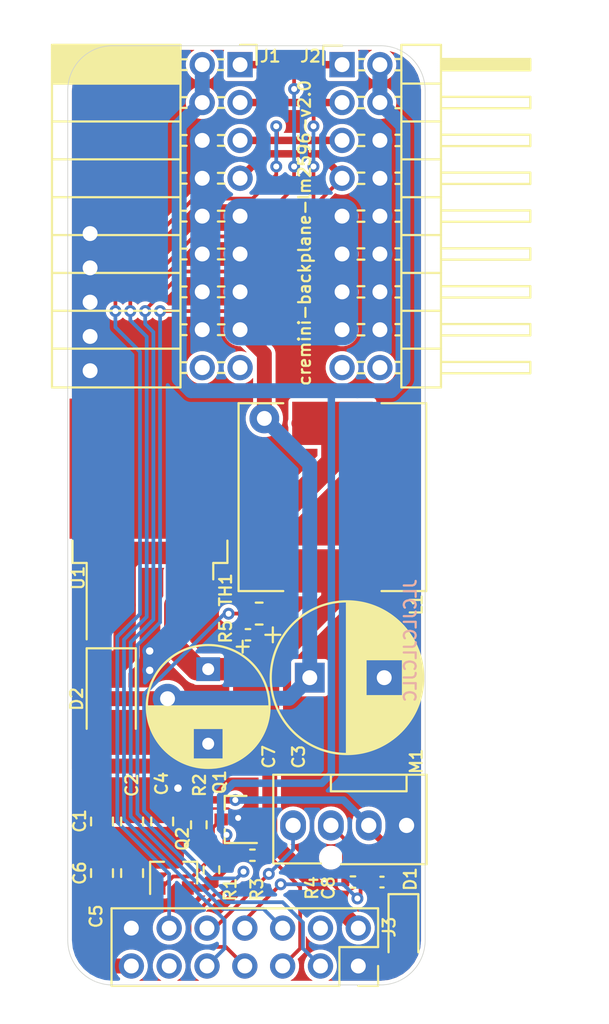
<source format=kicad_pcb>
(kicad_pcb (version 20171130) (host pcbnew "(5.1.10)-1")
  (layers (0 F.Cu signal) (31 B.Cu signal) (34 B.Paste user) (35 F.Paste user) (36 B.SilkS user) (37 F.SilkS user) (38 B.Mask user) (39 F.Mask user) (44 Edge.Cuts user))
  (net 0 "")
  (net 1 VIN)
  (net 2 GND)
  (net 3 +12V)
  (net 4 SDA)
  (net 5 SCL)
  (net 6 "Net-(M1-Pad3)")
  (net 7 "Net-(Q1-Pad3)")
  (net 8 STX)
  (net 9 SRX)
  (net 10 POWTMP)
  (net 11 FANFDB)
  (net 12 FANPWM)
  (net 13 FANDCC)
  (net 14 "Net-(C1-Pad2)")
  (net 15 "Net-(D2-Pad1)")
  (net 16 5VPSU)
  (module Connector_PinSocket_2.54mm:PinSocket_2x07_P2.54mm_Vertical (layer F.Cu) (at 107.51 130.23 270)
    (fp_text reference J3 (at -2.61 -2.07 90) (layer F.SilkS) (effects (font (size 0.8 0.8))))
    (fp_text value BACKPLANE)
    (pad 1 thru_hole rect (at 0 0 270) (size 1.7 1.7) (drill 1) (layers *.Cu *.Mask) (net 2 GND))
    (pad 2 thru_hole oval (at -2.54 0 270) (size 1.7 1.7) (drill 1) (layers *.Cu *.Mask) (net 16 5VPSU))
    (pad 3 thru_hole oval (at 0 2.54 270) (size 1.7 1.7) (drill 1) (layers *.Cu *.Mask) (net 5 SCL))
    (pad 4 thru_hole oval (at -2.54 2.54 270) (size 1.7 1.7) (drill 1) (layers *.Cu *.Mask))
    (pad 5 thru_hole oval (at 0 5.08 270) (size 1.7 1.7) (drill 1) (layers *.Cu *.Mask) (net 13 FANDCC))
    (pad 6 thru_hole oval (at -2.54 5.08 270) (size 1.7 1.7) (drill 1) (layers *.Cu *.Mask) (net 9 SRX))
    (pad 7 thru_hole oval (at 0 7.62 270) (size 1.7 1.7) (drill 1) (layers *.Cu *.Mask) (net 10 POWTMP))
    (pad 8 thru_hole oval (at -2.54 7.62 270) (size 1.7 1.7) (drill 1) (layers *.Cu *.Mask) (net 11 FANFDB))
    (pad 9 thru_hole oval (at 0 10.16 270) (size 1.7 1.7) (drill 1) (layers *.Cu *.Mask) (net 8 STX))
    (pad 10 thru_hole oval (at -2.54 10.16 270) (size 1.7 1.7) (drill 1) (layers *.Cu *.Mask) (net 12 FANPWM))
    (pad 11 thru_hole oval (at 0 12.7 270) (size 1.7 1.7) (drill 1) (layers *.Cu *.Mask))
    (pad 12 thru_hole oval (at -2.54 12.7 270) (size 1.7 1.7) (drill 1) (layers *.Cu *.Mask) (net 4 SDA))
    (pad 13 thru_hole oval (at 0 15.24 270) (size 1.7 1.7) (drill 1) (layers *.Cu *.Mask) (net 16 5VPSU))
    (pad 14 thru_hole oval (at -2.54 15.24 270) (size 1.7 1.7) (drill 1) (layers *.Cu *.Mask) (net 2 GND))
  )
  (module Resistor_SMD:R_0402_1005Metric (layer F.Cu) (at 100.1 108.01)
    (fp_text reference R5 (at -1.5 -0.21 90) (layer F.SilkS) (effects (font (size 0.8 0.8))))
    (fp_text value 10k)
    (pad 2 smd roundrect (at 0.51 0) (size 0.54 0.64) (layers F.Cu F.Paste F.Mask) (net 2 GND))
    (pad 1 smd roundrect (at -0.51 0) (size 0.54 0.64) (layers F.Cu F.Paste F.Mask) (net 10 POWTMP))
  )
  (module Resistor_SMD:R_0805_2012Metric (layer F.Cu) (at 100.8525 106.59 180)
    (fp_text reference TH1 (at 2.2525 1.59 270) (layer F.SilkS) (effects (font (size 0.8 0.8))))
    (fp_text value CMFB103F3950FANT)
    (pad 1 smd roundrect (at -0.9125 0 180) (size 1.025 1.4) (layers F.Cu F.Paste F.Mask) (roundrect_rratio 0.243902) (net 2 GND))
    (pad 2 smd roundrect (at 0.9125 0 180) (size 1.025 1.4) (layers F.Cu F.Paste F.Mask) (roundrect_rratio 0.243902) (net 10 POWTMP))
  )
  (module Resistor_SMD:R_0603_1608Metric (layer F.Cu) (at 96.8 120.76 90)
    (fp_text reference R2 (at 2.66 0.05 90) (layer F.SilkS) (effects (font (size 0.8 0.8))))
    (fp_text value 1.8k)
    (pad 1 smd roundrect (at -0.825 0 90) (size 0.8 0.95) (layers F.Cu F.Paste F.Mask) (net 7 "Net-(Q1-Pad3)"))
    (pad 2 smd roundrect (at 0.825 0 90) (size 0.8 0.95) (layers F.Cu F.Paste F.Mask) (net 2 GND))
  )
  (module Connector:FanPinHeader_1x04_P2.54mm_Vertical (layer F.Cu) (at 110.75 120.8 180)
    (fp_text reference M1 (at -0.65 4.3 90) (layer F.SilkS) (effects (font (size 0.8 0.8))))
    (fp_text value "KK 254")
    (pad 1 thru_hole rect (at 0 0 270) (size 2.03 1.73) (drill 1.02) (layers *.Cu *.Mask) (net 2 GND))
    (pad 2 thru_hole oval (at 2.54 0 270) (size 2.03 1.73) (drill 1.02) (layers *.Cu *.Mask) (net 14 "Net-(C1-Pad2)"))
    (pad 3 thru_hole oval (at 5.08 0 270) (size 2.03 1.73) (drill 1.02) (layers *.Cu *.Mask) (net 6 "Net-(M1-Pad3)"))
    (pad 4 thru_hole oval (at 7.62 0 270) (size 2.03 1.73) (drill 1.02) (layers *.Cu *.Mask) (net 12 FANPWM))
    (pad "" np_thru_hole circle (at 5.08 -2.16 270) (size 1.1 1.1) (drill 1.1) (layers *.Cu *.Mask))
  )
  (module Package_TO_SOT_SMD:SOT-23 (layer F.Cu) (at 99.3 120.4 180)
    (fp_text reference Q1 (at 1.1 2.5 90) (layer F.SilkS) (effects (font (size 0.8 0.8))))
    (fp_text value AO3400A)
    (pad 3 smd rect (at 1 0 180) (size 0.9 0.8) (layers F.Cu F.Paste F.Mask) (net 7 "Net-(Q1-Pad3)"))
    (pad 2 smd rect (at -1 0.95 180) (size 0.9 0.8) (layers F.Cu F.Paste F.Mask) (net 2 GND))
    (pad 1 smd rect (at -1 -0.95 180) (size 0.9 0.8) (layers F.Cu F.Paste F.Mask) (net 13 FANDCC))
  )
  (module Package_TO_SOT_SMD:SOT-23 (layer F.Cu) (at 95.11 124 90)
    (fp_text reference Q2 (at 2.3 0.59 90) (layer F.SilkS) (effects (font (size 0.8 0.8))))
    (fp_text value SI2301CDS-T1-GE3)
    (pad 1 smd rect (at -1 -0.95 90) (size 0.9 0.8) (layers F.Cu F.Paste F.Mask) (net 7 "Net-(Q1-Pad3)"))
    (pad 2 smd rect (at -1 0.95 90) (size 0.9 0.8) (layers F.Cu F.Paste F.Mask) (net 3 +12V))
    (pad 3 smd rect (at 1 0 90) (size 0.9 0.8) (layers F.Cu F.Paste F.Mask) (net 14 "Net-(C1-Pad2)"))
  )
  (module Resistor_SMD:R_0402_1005Metric (layer F.Cu) (at 107.15 124.6)
    (fp_text reference R4 (at -2.75 0.4 90) (layer F.SilkS) (effects (font (size 0.8 0.8))))
    (fp_text value 10k)
    (pad 1 smd roundrect (at -0.51 0) (size 0.54 0.64) (layers F.Cu F.Paste F.Mask) (net 6 "Net-(M1-Pad3)"))
    (pad 2 smd roundrect (at 0.51 0) (size 0.54 0.64) (layers F.Cu F.Paste F.Mask) (net 11 FANFDB))
  )
  (module Capacitor_SMD:C_0805_2012Metric (layer F.Cu) (at 90.3 120.536 270)
    (fp_text reference C1 (at -0.036 1.5 270) (layer F.SilkS) (effects (font (size 0.8 0.8))))
    (fp_text value 22uF)
    (pad 1 smd roundrect (at -0.95 0 270) (size 1 1.45) (layers F.Cu F.Paste F.Mask) (net 2 GND))
    (pad 2 smd roundrect (at 0.95 0 270) (size 1 1.45) (layers F.Cu F.Paste F.Mask) (net 14 "Net-(C1-Pad2)"))
  )
  (module Capacitor_SMD:C_0805_2012Metric (layer F.Cu) (at 92.32 120.536 270)
    (fp_text reference C2 (at -2.436 0.02 270) (layer F.SilkS) (effects (font (size 0.8 0.8))))
    (fp_text value 22uF)
    (pad 1 smd roundrect (at -0.95 0 270) (size 1 1.45) (layers F.Cu F.Paste F.Mask) (net 2 GND))
    (pad 2 smd roundrect (at 0.95 0 270) (size 1 1.45) (layers F.Cu F.Paste F.Mask) (net 14 "Net-(C1-Pad2)"))
  )
  (module Capacitor_SMD:C_0805_2012Metric (layer F.Cu) (at 94.34 120.536 270)
    (fp_text reference C4 (at -2.536 0.04 270) (layer F.SilkS) (effects (font (size 0.8 0.8))))
    (fp_text value 22uF)
    (pad 2 smd roundrect (at 0.95 0 270) (size 1 1.45) (layers F.Cu F.Paste F.Mask) (net 14 "Net-(C1-Pad2)"))
    (pad 1 smd roundrect (at -0.95 0 270) (size 1 1.45) (layers F.Cu F.Paste F.Mask) (net 2 GND))
  )
  (module Capacitor_SMD:C_0805_2012Metric (layer F.Cu) (at 92.32 124 90)
    (fp_text reference C5 (at -2.9 -2.42 90) (layer F.SilkS) (effects (font (size 0.8 0.8))))
    (fp_text value 22uF)
    (pad 1 smd roundrect (at -0.95 0 90) (size 1 1.45) (layers F.Cu F.Paste F.Mask) (net 2 GND))
    (pad 2 smd roundrect (at 0.95 0 90) (size 1 1.45) (layers F.Cu F.Paste F.Mask) (net 14 "Net-(C1-Pad2)"))
  )
  (module Capacitor_SMD:C_0402_1005Metric (layer F.Cu) (at 109.1 124.6)
    (fp_text reference C8 (at -3.6 0.4 90) (layer F.SilkS) (effects (font (size 0.8 0.8))))
    (fp_text value 6.8nF)
    (pad 1 smd roundrect (at -0.48 0) (size 0.56 0.62) (layers F.Cu F.Paste F.Mask) (net 11 FANFDB))
    (pad 2 smd roundrect (at 0.48 0) (size 0.56 0.62) (layers F.Cu F.Paste F.Mask) (net 2 GND))
  )
  (module Resistor_SMD:R_0402_1005Metric (layer F.Cu) (at 100.4 122.8 180)
    (fp_text reference R3 (at -0.3 -2.3 90) (layer F.SilkS) (effects (font (size 0.8 0.8))))
    (fp_text value 10k)
    (pad 1 smd roundrect (at -0.51 0 180) (size 0.54 0.64) (layers F.Cu F.Paste F.Mask) (net 13 FANDCC))
    (pad 2 smd roundrect (at 0.51 0 180) (size 0.54 0.64) (layers F.Cu F.Paste F.Mask) (net 2 GND))
  )
  (module Diode_SMD:D_SOD-123 (layer F.Cu) (at 110.54 127.66 270)
    (fp_text reference D1 (at -3.26 -0.46 90) (layer F.SilkS) (effects (font (size 0.8 0.8))))
    (fp_text value B5819W)
    (pad 1 smd rect (at -1.65 0 270) (size 0.9 1.2) (layers F.Cu F.Paste F.Mask) (net 14 "Net-(C1-Pad2)"))
    (pad 2 smd rect (at 1.65 0 270) (size 0.9 1.2) (layers F.Cu F.Paste F.Mask) (net 2 GND))
  )
  (module Resistor_SMD:R_0603_1608Metric (layer F.Cu) (at 97.65 123.78 90)
    (fp_text reference R1 (at -1.32 1.25 90) (layer F.SilkS) (effects (font (size 0.8 0.8))))
    (fp_text value 1k)
    (pad 2 smd roundrect (at 0.825 0 90) (size 0.8 0.95) (layers F.Cu F.Paste F.Mask) (net 7 "Net-(Q1-Pad3)"))
    (pad 1 smd roundrect (at -0.825 0 90) (size 0.8 0.95) (layers F.Cu F.Paste F.Mask) (net 3 +12V))
  )
  (module Connector_PinSocket_2.54mm:PinSocket_2x09_P2.54mm_Horizontal (layer F.Cu) (at 99.57 69.77)
    (fp_text reference J1 (at 2.03 -0.57) (layer F.SilkS) (effects (font (size 0.8 0.8))))
    (fp_text value BUSOUT)
    (pad 1 thru_hole rect (at 0 0) (size 1.7 1.7) (drill 1) (layers *.Cu *.Mask) (net 8 STX))
    (pad 2 thru_hole oval (at -2.54 0) (size 1.7 1.7) (drill 1) (layers *.Cu *.Mask) (net 3 +12V))
    (pad 3 thru_hole oval (at 0 2.54) (size 1.7 1.7) (drill 1) (layers *.Cu *.Mask) (net 9 SRX))
    (pad 4 thru_hole oval (at -2.54 2.54) (size 1.7 1.7) (drill 1) (layers *.Cu *.Mask) (net 3 +12V))
    (pad 5 thru_hole oval (at 0 5.08) (size 1.7 1.7) (drill 1) (layers *.Cu *.Mask) (net 4 SDA))
    (pad 6 thru_hole oval (at -2.54 5.08) (size 1.7 1.7) (drill 1) (layers *.Cu *.Mask) (net 2 GND))
    (pad 7 thru_hole oval (at 0 7.62) (size 1.7 1.7) (drill 1) (layers *.Cu *.Mask) (net 5 SCL))
    (pad 8 thru_hole oval (at -2.54 7.62) (size 1.7 1.7) (drill 1) (layers *.Cu *.Mask) (net 2 GND))
    (pad 9 thru_hole oval (at 0 10.16) (size 1.7 1.7) (drill 1) (layers *.Cu *.Mask) (net 1 VIN))
    (pad 10 thru_hole oval (at -2.54 10.16) (size 1.7 1.7) (drill 1) (layers *.Cu *.Mask) (net 2 GND))
    (pad 11 thru_hole oval (at 0 12.7) (size 1.7 1.7) (drill 1) (layers *.Cu *.Mask) (net 1 VIN))
    (pad 12 thru_hole oval (at -2.54 12.7) (size 1.7 1.7) (drill 1) (layers *.Cu *.Mask) (net 2 GND))
    (pad 13 thru_hole oval (at 0 15.24) (size 1.7 1.7) (drill 1) (layers *.Cu *.Mask) (net 1 VIN))
    (pad 14 thru_hole oval (at -2.54 15.24) (size 1.7 1.7) (drill 1) (layers *.Cu *.Mask) (net 2 GND))
    (pad 15 thru_hole oval (at 0 17.78) (size 1.7 1.7) (drill 1) (layers *.Cu *.Mask) (net 1 VIN))
    (pad 16 thru_hole oval (at -2.54 17.78) (size 1.7 1.7) (drill 1) (layers *.Cu *.Mask) (net 2 GND))
    (pad 17 thru_hole oval (at 0 20.32) (size 1.7 1.7) (drill 1) (layers *.Cu *.Mask))
    (pad 18 thru_hole oval (at -2.54 20.32) (size 1.7 1.7) (drill 1) (layers *.Cu *.Mask))
  )
  (module Connector_PinHeader_2.54mm:PinHeader_2x09_P2.54mm_Horizontal (layer F.Cu) (at 106.42 69.77)
    (fp_text reference J2 (at -2.12 -0.57) (layer F.SilkS) (effects (font (size 0.8 0.8))))
    (fp_text value BUSIN)
    (pad 1 thru_hole rect (at 0 0) (size 1.7 1.7) (drill 1) (layers *.Cu *.Mask) (net 8 STX))
    (pad 2 thru_hole oval (at 2.54 0) (size 1.7 1.7) (drill 1) (layers *.Cu *.Mask) (net 3 +12V))
    (pad 3 thru_hole oval (at 0 2.54) (size 1.7 1.7) (drill 1) (layers *.Cu *.Mask) (net 9 SRX))
    (pad 4 thru_hole oval (at 2.54 2.54) (size 1.7 1.7) (drill 1) (layers *.Cu *.Mask) (net 3 +12V))
    (pad 5 thru_hole oval (at 0 5.08) (size 1.7 1.7) (drill 1) (layers *.Cu *.Mask) (net 4 SDA))
    (pad 6 thru_hole oval (at 2.54 5.08) (size 1.7 1.7) (drill 1) (layers *.Cu *.Mask) (net 2 GND))
    (pad 7 thru_hole oval (at 0 7.62) (size 1.7 1.7) (drill 1) (layers *.Cu *.Mask) (net 5 SCL))
    (pad 8 thru_hole oval (at 2.54 7.62) (size 1.7 1.7) (drill 1) (layers *.Cu *.Mask) (net 2 GND))
    (pad 9 thru_hole oval (at 0 10.16) (size 1.7 1.7) (drill 1) (layers *.Cu *.Mask) (net 1 VIN))
    (pad 10 thru_hole oval (at 2.54 10.16) (size 1.7 1.7) (drill 1) (layers *.Cu *.Mask) (net 2 GND))
    (pad 11 thru_hole oval (at 0 12.7) (size 1.7 1.7) (drill 1) (layers *.Cu *.Mask) (net 1 VIN))
    (pad 12 thru_hole oval (at 2.54 12.7) (size 1.7 1.7) (drill 1) (layers *.Cu *.Mask) (net 2 GND))
    (pad 13 thru_hole oval (at 0 15.24) (size 1.7 1.7) (drill 1) (layers *.Cu *.Mask) (net 1 VIN))
    (pad 14 thru_hole oval (at 2.54 15.24) (size 1.7 1.7) (drill 1) (layers *.Cu *.Mask) (net 2 GND))
    (pad 15 thru_hole oval (at 0 17.78) (size 1.7 1.7) (drill 1) (layers *.Cu *.Mask) (net 1 VIN))
    (pad 16 thru_hole oval (at 2.54 17.78) (size 1.7 1.7) (drill 1) (layers *.Cu *.Mask) (net 2 GND))
    (pad 17 thru_hole oval (at 0 20.32) (size 1.7 1.7) (drill 1) (layers *.Cu *.Mask))
    (pad 18 thru_hole oval (at 2.54 20.32) (size 1.7 1.7) (drill 1) (layers *.Cu *.Mask))
  )
  (module Capacitor_THT:CP_Radial_D10.0mm_P5.00mm (layer F.Cu) (at 104.25 110.89)
    (fp_text reference C3 (at -0.75 5.31 90) (layer F.SilkS) (effects (font (size 0.8 0.8))))
    (fp_text value 680uF)
    (pad 1 thru_hole rect (at 0 0) (size 2 2) (drill 1) (layers *.Cu *.Mask) (net 1 VIN))
    (pad 2 thru_hole circle (at 5 0) (size 2 2) (drill 1) (layers *.Cu *.Mask) (net 2 GND))
  )
  (module Diode_SMD:D_SMA (layer F.Cu) (at 90.92 112.32 270)
    (fp_text reference D2 (at 0 2.32 90) (layer F.SilkS) (effects (font (size 0.8 0.8))))
    (fp_text value SS54)
    (pad 1 smd rect (at -2 0 270) (size 2.5 1.8) (layers F.Cu F.Paste F.Mask) (net 15 "Net-(D2-Pad1)"))
    (pad 2 smd rect (at 2 0 270) (size 2.5 1.8) (layers F.Cu F.Paste F.Mask) (net 2 GND))
  )
  (module Inductor_SMD:L_12x12mm_H8mm (layer F.Cu) (at 105.77 98.78 270)
    (fp_text reference L1 (at 7.22 -5.63 90) (layer F.SilkS) (effects (font (size 0.8 0.8))))
    (fp_text value 47uH)
    (pad 1 smd rect (at -4.95 0 270) (size 2.9 5.4) (layers F.Cu F.Paste F.Mask) (net 15 "Net-(D2-Pad1)"))
    (pad 2 smd rect (at 4.95 0 270) (size 2.9 5.4) (layers F.Cu F.Paste F.Mask) (net 16 5VPSU))
  )
  (module Package_TO_SOT_SMD:TO-263-5_TabPin3 (layer F.Cu) (at 93.52 100.245 90)
    (fp_text reference U1 (at -3.955 -4.82 90) (layer F.SilkS) (effects (font (size 0.8 0.8))))
    (fp_text value LM2596S-5)
    (pad 1 smd rect (at -5.775 -3.4 90) (size 4.6 1.1) (layers F.Cu F.Paste F.Mask) (net 1 VIN))
    (pad 2 smd rect (at -5.775 -1.7 90) (size 4.6 1.1) (layers F.Cu F.Paste F.Mask) (net 15 "Net-(D2-Pad1)"))
    (pad 3 smd rect (at -5.775 0 90) (size 4.6 1.1) (layers F.Cu F.Paste F.Mask) (net 2 GND))
    (pad 4 smd rect (at -5.775 1.7 90) (size 4.6 1.1) (layers F.Cu F.Paste F.Mask) (net 16 5VPSU))
    (pad 5 smd rect (at -5.775 3.4 90) (size 4.6 1.1) (layers F.Cu F.Paste F.Mask) (net 2 GND))
    (pad 3 smd rect (at 3.375 0 90) (size 9.4 10.8) (layers F.Cu F.Mask) (net 2 GND))
  )
  (module Capacitor_THT:CP_Radial_D8.0mm_P5.00mm (layer F.Cu) (at 97.43 110.32 270)
    (fp_text reference C7 (at 5.88 -4.07 90) (layer F.SilkS) (effects (font (size 0.8 0.8))))
    (fp_text value 330uF)
    (pad 2 thru_hole circle (at 5 0 270) (size 1.6 1.6) (drill 0.8) (layers *.Cu *.Mask) (net 2 GND))
    (pad 1 thru_hole rect (at 0 0 270) (size 1.6 1.6) (drill 0.8) (layers *.Cu *.Mask) (net 16 5VPSU))
  )
  (module Capacitor_SMD:C_0805_2012Metric (layer F.Cu) (at 90.3 124 90)
    (fp_text reference C6 (at 0 -1.5 90) (layer F.SilkS) (effects (font (size 0.8 0.8))))
    (fp_text value 22uF)
    (pad 1 smd roundrect (at -0.95 0 90) (size 1 1.45) (layers F.Cu F.Paste F.Mask) (net 2 GND))
    (pad 2 smd roundrect (at 0.95 0 90) (size 1 1.45) (layers F.Cu F.Paste F.Mask) (net 14 "Net-(C1-Pad2)"))
  )
  (gr_text cremini-backplane-lm2596-v2.0 (at 103.9 91.4 90) (layer F.SilkS) (effects (font (size 0.8 0.8)) (justify left)))
  (gr_text JLCJLCJLCJLC (at 111 108.4 90) (layer B.SilkS) (effects (font (size 0.8 0.8)) (justify mirror)))
  (gr_arc (start 91 128.5) (end 88 128.5) (angle -90) (layer Edge.Cuts) (width 0.05))
  (gr_arc (start 109 128.5) (end 109 131.5) (angle -90) (layer Edge.Cuts) (width 0.05))
  (gr_arc (start 91 71.5) (end 91 68.5) (angle -90) (layer Edge.Cuts) (width 0.05))
  (gr_arc (start 109 71.5) (end 112 71.5) (angle -90) (layer Edge.Cuts) (width 0.05))
  (gr_line (start 88 128.5) (end 88 71.5) (layer Edge.Cuts) (width 0.05))
  (gr_line (start 109 131.5) (end 91 131.5) (layer Edge.Cuts) (width 0.05))
  (gr_line (start 112 71.5) (end 112 128.5) (layer Edge.Cuts) (width 0.05))
  (gr_line (start 91 68.5) (end 109 68.5) (layer Edge.Cuts) (width 0.05))
  (via (at 89.5 90.3) (size 2) (drill 1) (layers F.Cu B.Cu) (net 2))
  (via (at 89.5 88) (size 2) (drill 1) (layers F.Cu B.Cu) (net 2))
  (via (at 89.5 85.7) (size 2) (drill 1) (layers F.Cu B.Cu) (net 2))
  (via (at 89.5 83.4) (size 2) (drill 1) (layers F.Cu B.Cu) (net 2))
  (via (at 89.5 81.1) (size 2) (drill 1) (layers F.Cu B.Cu) (net 2))
  (segment (start 89.319999 106.820001) (end 89.319999 112.019999) (width 1) (layer F.Cu) (net 1))
  (segment (start 90.12 106.02) (end 89.319999 106.820001) (width 1) (layer F.Cu) (net 1))
  (segment (start 109.084002 72.31) (end 108.96 72.31) (width 1.5) (layer B.Cu) (net 3))
  (segment (start 96.905998 72.31) (end 97.03 72.31) (width 1.5) (layer B.Cu) (net 3))
  (segment (start 97.03 69.77) (end 97.03 72.31) (width 1) (layer B.Cu) (net 3))
  (segment (start 108.96 69.77) (end 108.96 72.31) (width 1) (layer B.Cu) (net 3))
  (segment (start 97.675 124.605) (end 98.65 123.63) (width 0.5) (layer F.Cu) (net 3))
  (segment (start 97.65 124.605) (end 97.675 124.605) (width 0.5) (layer F.Cu) (net 3))
  (segment (start 97.255 125) (end 97.65 124.605) (width 0.5) (layer F.Cu) (net 3))
  (segment (start 96.06 125) (end 97.255 125) (width 0.5) (layer F.Cu) (net 3))
  (segment (start 109.704001 91.640001) (end 110.510001 90.834001) (width 1) (layer B.Cu) (net 3))
  (segment (start 110.510001 90.834001) (end 110.510001 73.860001) (width 1) (layer B.Cu) (net 3))
  (segment (start 95.479999 90.834001) (end 96.285999 91.640001) (width 1) (layer B.Cu) (net 3))
  (segment (start 95.479999 73.860001) (end 95.479999 90.834001) (width 1) (layer B.Cu) (net 3))
  (segment (start 110.510001 73.860001) (end 108.96 72.31) (width 1) (layer B.Cu) (net 3))
  (segment (start 97.03 72.31) (end 95.479999 73.860001) (width 1) (layer B.Cu) (net 3))
  (segment (start 107.450001 91.649999) (end 107.459999 91.640001) (width 0.5) (layer B.Cu) (net 3))
  (segment (start 107.459999 91.640001) (end 109.704001 91.640001) (width 1) (layer B.Cu) (net 3))
  (segment (start 107.450001 91.649999) (end 107.440003 91.640001) (width 0.5) (layer B.Cu) (net 3))
  (via (at 102 73.9) (size 0.8) (drill 0.4) (layers F.Cu B.Cu) (net 4))
  (segment (start 102.05 73.95) (end 102 73.9) (width 0.25) (layer F.Cu) (net 4))
  (segment (start 102.05 74.85) (end 102.05 73.95) (width 0.25) (layer F.Cu) (net 4))
  (segment (start 99.57 74.85) (end 102.05 74.85) (width 0.5) (layer F.Cu) (net 4))
  (segment (start 102.05 74.85) (end 106.42 74.85) (width 0.5) (layer F.Cu) (net 4))
  (via (at 102 76.6) (size 0.8) (drill 0.4) (layers F.Cu B.Cu) (net 4))
  (segment (start 102 73.9) (end 102 76.6) (width 0.25) (layer B.Cu) (net 4))
  (segment (start 106.42 76.774002) (end 106.42 77.39) (width 0.5) (layer F.Cu) (net 5))
  (segment (start 99.57 77.39) (end 99.57 76.774002) (width 0.5) (layer F.Cu) (net 5))
  (segment (start 106.42 77.261998) (end 106.42 77.39) (width 0.5) (layer F.Cu) (net 5))
  (segment (start 104.908001 75.749999) (end 106.42 77.261998) (width 0.5) (layer F.Cu) (net 5))
  (segment (start 101.210001 75.749999) (end 104.908001 75.749999) (width 0.5) (layer F.Cu) (net 5))
  (segment (start 99.57 77.39) (end 101.210001 75.749999) (width 0.5) (layer F.Cu) (net 5))
  (segment (start 106.545001 124.505001) (end 106.64 124.6) (width 0.25) (layer F.Cu) (net 6))
  (segment (start 106.545001 121.675001) (end 106.545001 124.505001) (width 0.25) (layer F.Cu) (net 6))
  (segment (start 105.67 120.8) (end 106.545001 121.675001) (width 0.25) (layer F.Cu) (net 6))
  (segment (start 97.75 120.95) (end 98.3 120.4) (width 0.25) (layer F.Cu) (net 7))
  (segment (start 97.725 121.625) (end 97.75 121.65) (width 0.25) (layer F.Cu) (net 7))
  (segment (start 96.8 121.625) (end 97.725 121.625) (width 0.25) (layer F.Cu) (net 7))
  (segment (start 97.75 121.65) (end 97.75 120.95) (width 0.25) (layer F.Cu) (net 7))
  (segment (start 97.75 123.025) (end 97.75 121.65) (width 0.25) (layer F.Cu) (net 7))
  (segment (start 96.380001 124.224999) (end 97.65 122.955) (width 0.25) (layer F.Cu) (net 7))
  (segment (start 95.075001 124.224999) (end 96.380001 124.224999) (width 0.25) (layer F.Cu) (net 7))
  (segment (start 94.25 125.05) (end 95.075001 124.224999) (width 0.25) (layer F.Cu) (net 7))
  (segment (start 103.57 69.77) (end 106.42 69.77) (width 0.5) (layer F.Cu) (net 8))
  (via (at 103.2 76.6) (size 0.8) (drill 0.4) (layers F.Cu B.Cu) (net 8))
  (segment (start 103.2 69.9) (end 103.07 69.77) (width 0.25) (layer F.Cu) (net 8))
  (segment (start 103.07 69.77) (end 103.57 69.77) (width 0.5) (layer F.Cu) (net 8))
  (segment (start 99.57 69.77) (end 103.07 69.77) (width 0.5) (layer F.Cu) (net 8))
  (segment (start 103.2 76.6) (end 103.2 71.4) (width 0.25) (layer B.Cu) (net 8))
  (segment (start 103.2 76.6) (end 103.17502 76.62498) (width 0.25) (layer F.Cu) (net 8))
  (segment (start 104.51 72.31) (end 104.51 73.69) (width 0.25) (layer F.Cu) (net 9))
  (segment (start 99.57 72.31) (end 104.51 72.31) (width 0.5) (layer F.Cu) (net 9))
  (segment (start 104.51 73.69) (end 104.5 73.7) (width 0.25) (layer F.Cu) (net 9))
  (segment (start 104.51 72.31) (end 106.42 72.31) (width 0.5) (layer F.Cu) (net 9))
  (segment (start 107.66 124.6) (end 108.62 124.6) (width 0.25) (layer F.Cu) (net 11))
  (via (at 107.45 125.7) (size 0.8) (drill 0.4) (layers F.Cu B.Cu) (net 11))
  (segment (start 107.66 125.49) (end 107.45 125.7) (width 0.25) (layer F.Cu) (net 11))
  (segment (start 107.66 124.6) (end 107.66 125.49) (width 0.25) (layer F.Cu) (net 11))
  (via (at 102.3 124.75) (size 0.8) (drill 0.4) (layers F.Cu B.Cu) (net 11))
  (segment (start 106.5 124.75) (end 102.3 124.75) (width 0.25) (layer B.Cu) (net 11))
  (segment (start 107.45 125.7) (end 106.5 124.75) (width 0.25) (layer B.Cu) (net 11))
  (segment (start 99.89 127.16) (end 99.89 127.69) (width 0.25) (layer F.Cu) (net 11))
  (segment (start 102.3 124.75) (end 99.89 127.16) (width 0.25) (layer F.Cu) (net 11))
  (via (at 101.5 124.05) (size 0.8) (drill 0.4) (layers F.Cu B.Cu) (net 12))
  (segment (start 103.13 122.42) (end 101.5 124.05) (width 0.25) (layer B.Cu) (net 12))
  (segment (start 103.13 120.8) (end 103.13 122.42) (width 0.25) (layer B.Cu) (net 12))
  (segment (start 97.86 127.69) (end 97.35 127.69) (width 0.25) (layer F.Cu) (net 12))
  (segment (start 101.5 124.05) (end 97.86 127.69) (width 0.25) (layer F.Cu) (net 12))
  (segment (start 100.3 121.35) (end 100.3 121.64674) (width 0.25) (layer F.Cu) (net 13))
  (segment (start 100.3 122.19) (end 100.91 122.8) (width 0.25) (layer F.Cu) (net 13))
  (segment (start 100.3 121.35) (end 100.3 122.19) (width 0.25) (layer F.Cu) (net 13))
  (segment (start 103.605001 129.054999) (end 102.43 130.23) (width 0.25) (layer F.Cu) (net 13))
  (segment (start 103.605001 124.951741) (end 103.605001 129.054999) (width 0.25) (layer F.Cu) (net 13))
  (segment (start 101.45326 122.8) (end 103.605001 124.951741) (width 0.25) (layer F.Cu) (net 13))
  (segment (start 100.91 122.8) (end 101.45326 122.8) (width 0.25) (layer F.Cu) (net 13))
  (segment (start 96.659998 110.32) (end 97.43 110.32) (width 1.5) (layer F.Cu) (net 16))
  (segment (start 95.22 108.880002) (end 96.659998 110.32) (width 1.5) (layer F.Cu) (net 16))
  (segment (start 95.22 106.02) (end 95.22 108.880002) (width 1.5) (layer F.Cu) (net 16))
  (segment (start 105.77 105.659998) (end 105.77 103.73) (width 1.5) (layer F.Cu) (net 16))
  (segment (start 95.599951 120.276049) (end 94.39 121.486) (width 0.5) (layer F.Cu) (net 14))
  (segment (start 108.21 120.950002) (end 108.21 120.8) (width 0.5) (layer F.Cu) (net 14))
  (segment (start 110.54 123.280002) (end 108.21 120.950002) (width 0.5) (layer F.Cu) (net 14))
  (segment (start 110.54 126.01) (end 110.54 123.280002) (width 0.5) (layer F.Cu) (net 14))
  (segment (start 105.77 93.83) (end 103.52 93.83) (width 1) (layer F.Cu) (net 15))
  (segment (start 105.77 96.430002) (end 105.77 93.83) (width 1.5) (layer F.Cu) (net 15))
  (segment (start 99.680001 102.520001) (end 105.77 96.430002) (width 1.5) (layer F.Cu) (net 15))
  (segment (start 92.459997 102.520001) (end 99.680001 102.520001) (width 1.5) (layer F.Cu) (net 15))
  (segment (start 91.82 103.159998) (end 92.459997 102.520001) (width 1.5) (layer F.Cu) (net 15))
  (segment (start 91.82 106.02) (end 91.82 103.159998) (width 1.5) (layer F.Cu) (net 15))
  (segment (start 91.82 109.42) (end 91.82 106.02) (width 1.5) (layer F.Cu) (net 15))
  (segment (start 90.92 110.32) (end 91.82 109.42) (width 1.5) (layer F.Cu) (net 15))
  (via (at 99.44 120.3) (size 0.8) (drill 0.4) (layers F.Cu B.Cu) (net 2))
  (via (at 101.2 93.5) (size 2) (drill 1) (layers F.Cu B.Cu) (net 1))
  (segment (start 101.2 89.18) (end 101.2 93.5) (width 1) (layer F.Cu) (net 1))
  (segment (start 99.57 87.55) (end 101.2 89.18) (width 1) (layer F.Cu) (net 1))
  (segment (start 104.25 96.55) (end 104.25 110.89) (width 1) (layer B.Cu) (net 1))
  (segment (start 101.2 93.5) (end 104.25 96.55) (width 1) (layer B.Cu) (net 1))
  (segment (start 104.25 110.89) (end 102.869999 112.270001) (width 1) (layer B.Cu) (net 1))
  (segment (start 94.729999 112.270001) (end 94.7 112.3) (width 1) (layer B.Cu) (net 1))
  (via (at 94.7 112.3) (size 2) (drill 1) (layers F.Cu B.Cu) (net 1))
  (segment (start 102.869999 112.270001) (end 94.729999 112.270001) (width 1) (layer B.Cu) (net 1))
  (segment (start 89.6 112.3) (end 89.319999 112.019999) (width 1) (layer F.Cu) (net 1))
  (segment (start 94.7 112.3) (end 89.6 112.3) (width 1) (layer F.Cu) (net 1))
  (via (at 93.5 109.1) (size 1) (drill 0.5) (layers F.Cu B.Cu) (net 2))
  (via (at 93.5 110.4) (size 1) (drill 0.5) (layers F.Cu B.Cu) (net 2))
  (segment (start 101.765 106.855) (end 100.61 108.01) (width 0.25) (layer F.Cu) (net 2))
  (segment (start 101.765 106.59) (end 101.765 106.855) (width 0.25) (layer F.Cu) (net 2))
  (via (at 95.4 118.3) (size 1) (drill 0.5) (layers F.Cu B.Cu) (net 2))
  (segment (start 105.740001 91.640001) (end 107.440003 91.640001) (width 1) (layer B.Cu) (net 3))
  (segment (start 96.285999 91.640001) (end 105.740001 91.640001) (width 1) (layer B.Cu) (net 3))
  (via (at 98.66 121.43) (size 0.8) (drill 0.4) (layers F.Cu B.Cu) (net 3))
  (segment (start 98.65 121.44) (end 98.66 121.43) (width 0.5) (layer F.Cu) (net 3))
  (segment (start 98.65 123.63) (end 98.65 121.44) (width 0.5) (layer F.Cu) (net 3))
  (segment (start 105.700001 91.680001) (end 105.740001 91.640001) (width 0.5) (layer B.Cu) (net 3))
  (segment (start 105.700001 117.329999) (end 105.700001 91.680001) (width 0.5) (layer B.Cu) (net 3))
  (segment (start 105.06 117.97) (end 105.700001 117.329999) (width 0.5) (layer B.Cu) (net 3))
  (segment (start 99.121996 117.97) (end 105.06 117.97) (width 0.5) (layer B.Cu) (net 3))
  (segment (start 98.260001 118.831995) (end 99.121996 117.97) (width 0.5) (layer B.Cu) (net 3))
  (segment (start 98.260001 121.030001) (end 98.260001 118.831995) (width 0.5) (layer B.Cu) (net 3))
  (segment (start 98.66 121.43) (end 98.260001 121.030001) (width 0.5) (layer B.Cu) (net 3))
  (segment (start 100.410686 78.754999) (end 96.445001 78.754999) (width 0.25) (layer F.Cu) (net 4))
  (segment (start 102 77.165685) (end 100.410686 78.754999) (width 0.25) (layer F.Cu) (net 4))
  (segment (start 102 76.6) (end 102 77.165685) (width 0.25) (layer F.Cu) (net 4))
  (via (at 91.199991 86.3) (size 0.8) (drill 0.4) (layers F.Cu B.Cu) (net 4))
  (segment (start 91.199991 84.000009) (end 91.199991 86.3) (width 0.25) (layer F.Cu) (net 4))
  (segment (start 96.445001 78.754999) (end 91.199991 84.000009) (width 0.25) (layer F.Cu) (net 4))
  (segment (start 94.81 127.69) (end 94.81 124.05564) (width 0.25) (layer B.Cu) (net 4))
  (segment (start 94.81 124.05564) (end 92.67718 121.92282) (width 0.25) (layer B.Cu) (net 4))
  (segment (start 91.324971 120.570608) (end 91.324972 108.144796) (width 0.25) (layer B.Cu) (net 4))
  (segment (start 92.67718 121.92282) (end 91.324971 120.570608) (width 0.25) (layer B.Cu) (net 4))
  (segment (start 91.324972 108.144796) (end 92.84997 106.619798) (width 0.25) (layer B.Cu) (net 4))
  (segment (start 92.84997 106.619798) (end 92.84997 89.02997) (width 0.25) (layer B.Cu) (net 4))
  (segment (start 91.199991 87.379991) (end 91.199991 86.3) (width 0.25) (layer B.Cu) (net 4))
  (segment (start 92.84997 89.02997) (end 91.199991 87.379991) (width 0.25) (layer B.Cu) (net 4))
  (via (at 94.2 86.3) (size 0.8) (drill 0.4) (layers F.Cu B.Cu) (net 5))
  (segment (start 100.019002 86.3) (end 94.2 86.3) (width 0.25) (layer F.Cu) (net 5))
  (segment (start 104.95001 81.368992) (end 100.019002 86.3) (width 0.25) (layer F.Cu) (net 5))
  (segment (start 104.95001 78.85999) (end 104.95001 81.368992) (width 0.25) (layer F.Cu) (net 5))
  (segment (start 106.42 77.39) (end 104.95001 78.85999) (width 0.25) (layer F.Cu) (net 5))
  (segment (start 103.794999 129.054999) (end 104.97 130.23) (width 0.25) (layer B.Cu) (net 5))
  (segment (start 92.674999 120.011408) (end 98.61358 125.94999) (width 0.25) (layer B.Cu) (net 5))
  (segment (start 103.794999 127.315997) (end 103.794999 129.054999) (width 0.25) (layer B.Cu) (net 5))
  (segment (start 98.61358 125.94999) (end 102.428992 125.94999) (width 0.25) (layer B.Cu) (net 5))
  (segment (start 92.674999 108.703999) (end 92.674999 120.011408) (width 0.25) (layer B.Cu) (net 5))
  (segment (start 94.2 107.178998) (end 92.674999 108.703999) (width 0.25) (layer B.Cu) (net 5))
  (segment (start 102.428992 125.94999) (end 103.794999 127.315997) (width 0.25) (layer B.Cu) (net 5))
  (segment (start 94.2 86.3) (end 94.2 107.178998) (width 0.25) (layer B.Cu) (net 5))
  (segment (start 103.2 71.4) (end 103.2 69.9) (width 0.25) (layer F.Cu) (net 8))
  (via (at 103.2 71.4) (size 0.8) (drill 0.4) (layers F.Cu B.Cu) (net 8))
  (segment (start 103.2 78) (end 99.905001 81.294999) (width 0.25) (layer F.Cu) (net 8))
  (segment (start 103.2 76.6) (end 103.2 78) (width 0.25) (layer F.Cu) (net 8))
  (segment (start 92.199994 85.561004) (end 92.199994 86.3) (width 0.25) (layer F.Cu) (net 8))
  (segment (start 96.465999 81.294999) (end 92.199994 85.561004) (width 0.25) (layer F.Cu) (net 8))
  (via (at 92.199994 86.3) (size 0.8) (drill 0.4) (layers F.Cu B.Cu) (net 8))
  (segment (start 99.905001 81.294999) (end 96.465999 81.294999) (width 0.25) (layer F.Cu) (net 8))
  (segment (start 92.199994 86.919994) (end 92.199994 86.3) (width 0.25) (layer B.Cu) (net 8))
  (segment (start 93.29998 106.806198) (end 93.29998 88.01998) (width 0.25) (layer B.Cu) (net 8))
  (segment (start 91.774981 108.331197) (end 93.29998 106.806198) (width 0.25) (layer B.Cu) (net 8))
  (segment (start 91.77498 120.384209) (end 91.774981 108.331197) (width 0.25) (layer B.Cu) (net 8))
  (segment (start 98.525001 127.134231) (end 91.77498 120.384209) (width 0.25) (layer B.Cu) (net 8))
  (segment (start 93.29998 88.01998) (end 92.199994 86.919994) (width 0.25) (layer B.Cu) (net 8))
  (segment (start 98.525001 129.054999) (end 98.525001 127.134231) (width 0.25) (layer B.Cu) (net 8))
  (segment (start 97.35 130.23) (end 98.525001 129.054999) (width 0.25) (layer B.Cu) (net 8))
  (via (at 104.5 76.6) (size 0.8) (drill 0.4) (layers F.Cu B.Cu) (net 9))
  (via (at 104.5 73.9) (size 0.8) (drill 0.4) (layers F.Cu B.Cu) (net 9))
  (segment (start 104.5 73.9) (end 104.5 76.6) (width 0.25) (layer B.Cu) (net 9))
  (segment (start 104.5 79.279002) (end 100.134001 83.645001) (width 0.25) (layer F.Cu) (net 9))
  (segment (start 104.5 76.6) (end 104.5 79.279002) (width 0.25) (layer F.Cu) (net 9))
  (via (at 93.199997 86.3) (size 0.8) (drill 0.4) (layers F.Cu B.Cu) (net 9))
  (segment (start 93.199997 86.227001) (end 93.199997 86.3) (width 0.25) (layer F.Cu) (net 9))
  (segment (start 95.781997 83.645001) (end 93.199997 86.227001) (width 0.25) (layer F.Cu) (net 9))
  (segment (start 100.134001 83.645001) (end 95.781997 83.645001) (width 0.25) (layer F.Cu) (net 9))
  (segment (start 93.199997 87.160007) (end 93.199997 86.3) (width 0.25) (layer B.Cu) (net 9))
  (segment (start 93.74999 106.992598) (end 93.74999 87.71) (width 0.25) (layer B.Cu) (net 9))
  (segment (start 92.224989 120.197808) (end 92.22499 108.517598) (width 0.25) (layer B.Cu) (net 9))
  (segment (start 96.62501 124.597828) (end 92.224989 120.197808) (width 0.25) (layer B.Cu) (net 9))
  (segment (start 98.42718 126.4) (end 96.62501 124.597828) (width 0.25) (layer B.Cu) (net 9))
  (segment (start 92.22499 108.517598) (end 93.74999 106.992598) (width 0.25) (layer B.Cu) (net 9))
  (segment (start 101.14 126.4) (end 98.42718 126.4) (width 0.25) (layer B.Cu) (net 9))
  (segment (start 93.74999 87.71) (end 93.199997 87.160007) (width 0.25) (layer B.Cu) (net 9))
  (segment (start 102.43 127.69) (end 101.14 126.4) (width 0.25) (layer B.Cu) (net 9))
  (via (at 98.8 106.6) (size 0.8) (drill 0.4) (layers F.Cu B.Cu) (net 10))
  (segment (start 98.81 106.59) (end 98.8 106.6) (width 0.25) (layer F.Cu) (net 10))
  (segment (start 99.94 106.59) (end 98.81 106.59) (width 0.25) (layer F.Cu) (net 10))
  (segment (start 99.94 107.66) (end 99.59 108.01) (width 0.25) (layer F.Cu) (net 10))
  (segment (start 99.94 106.59) (end 99.94 107.66) (width 0.25) (layer F.Cu) (net 10))
  (segment (start 96.174999 127.125999) (end 97.910998 125.39) (width 0.25) (layer F.Cu) (net 10))
  (segment (start 98.61 128.95) (end 96.870998 128.95) (width 0.25) (layer F.Cu) (net 10))
  (segment (start 96.174999 128.254001) (end 96.174999 127.125999) (width 0.25) (layer F.Cu) (net 10))
  (segment (start 99.89 130.23) (end 98.61 128.95) (width 0.25) (layer F.Cu) (net 10))
  (segment (start 96.870998 128.95) (end 96.174999 128.254001) (width 0.25) (layer F.Cu) (net 10))
  (segment (start 98.31 125.39) (end 99.8 123.9) (width 0.25) (layer F.Cu) (net 10))
  (segment (start 97.910998 125.39) (end 98.31 125.39) (width 0.25) (layer F.Cu) (net 10))
  (via (at 99.8 123.9) (size 0.8) (drill 0.4) (layers F.Cu B.Cu) (net 10))
  (segment (start 98.521002 106.6) (end 98.8 106.6) (width 0.25) (layer B.Cu) (net 10))
  (segment (start 93.125009 111.995993) (end 98.521002 106.6) (width 0.25) (layer B.Cu) (net 10))
  (segment (start 93.125009 119.825009) (end 93.125009 111.995993) (width 0.25) (layer B.Cu) (net 10))
  (segment (start 97.655001 124.355001) (end 93.125009 119.825009) (width 0.25) (layer B.Cu) (net 10))
  (segment (start 99.344999 124.355001) (end 97.655001 124.355001) (width 0.25) (layer B.Cu) (net 10))
  (segment (start 99.8 123.9) (end 99.344999 124.355001) (width 0.25) (layer B.Cu) (net 10))
  (via (at 99.249998 119.1) (size 0.8) (drill 0.4) (layers F.Cu B.Cu) (net 14))
  (segment (start 99.234988 119.08499) (end 99.249998 119.1) (width 0.5) (layer F.Cu) (net 14))
  (segment (start 95.599951 119.740795) (end 96.255756 119.08499) (width 0.5) (layer F.Cu) (net 14))
  (segment (start 95.599951 119.799951) (end 95.599951 119.740795) (width 0.5) (layer F.Cu) (net 14))
  (segment (start 96.255756 119.08499) (end 99.234988 119.08499) (width 0.5) (layer F.Cu) (net 14))
  (segment (start 95.599951 119.799951) (end 95.599951 120.276049) (width 0.5) (layer F.Cu) (net 14))
  (segment (start 106.51 119.1) (end 106.805 119.395) (width 0.5) (layer B.Cu) (net 14))
  (segment (start 99.249998 119.1) (end 106.51 119.1) (width 0.5) (layer B.Cu) (net 14))
  (segment (start 106.805 119.395) (end 108.21 120.8) (width 0.5) (layer B.Cu) (net 14))
  (segment (start 97.995008 116.83501) (end 101.56499 116.83501) (width 1) (layer F.Cu) (net 16))
  (segment (start 97.979999 116.820001) (end 97.995008 116.83501) (width 1) (layer F.Cu) (net 16))
  (segment (start 89.579999 116.820001) (end 97.979999 116.820001) (width 1) (layer F.Cu) (net 16))
  (segment (start 101.56499 121.74499) (end 107.51 127.69) (width 1) (layer F.Cu) (net 16))
  (segment (start 101.56499 116.83501) (end 101.56499 121.74499) (width 1) (layer F.Cu) (net 16))
  (segment (start 88.8 117.6) (end 89.579999 116.820001) (width 1) (layer F.Cu) (net 16))
  (segment (start 88.8 127.962081) (end 88.8 117.6) (width 1) (layer F.Cu) (net 16))
  (segment (start 91.067919 130.23) (end 88.8 127.962081) (width 1) (layer F.Cu) (net 16))
  (segment (start 92.27 130.23) (end 91.067919 130.23) (width 1) (layer F.Cu) (net 16))
  (segment (start 101.109998 110.32) (end 105.77 105.659998) (width 1.5) (layer F.Cu) (net 16))
  (segment (start 97.43 110.32) (end 101.109998 110.32) (width 1.5) (layer F.Cu) (net 16))
  (zone (net 2) (net_name GND) (layer B.Cu) (connect_pads yes (clearance 0.254)) (min_thickness 0.254) (fill yes (arc_segments 32) (thermal_gap 0.508) (thermal_bridge_width 0.508))
    (polygon (pts (xy 112 131.5) (xy 88 131.5) (xy 88 68.5) (xy 112 68.5)))
  )
  (zone (net 1) (net_name VIN) (layer B.Cu) (priority 1) (connect_pads yes (clearance 0.254)) (min_thickness 0.254) (fill yes (arc_segments 32) (thermal_gap 0.508) (thermal_bridge_width 0.508) (smoothing fillet) (radius 1))
    (polygon (pts (xy 107.5 88.6) (xy 98.5 88.6) (xy 98.5 78.75) (xy 107.5 78.75)))
  )
  (zone (net 14) (net_name "Net-(C1-Pad2)") (layer F.Cu) (priority 1) (connect_pads yes (clearance 0.254)) (min_thickness 0.254) (fill yes (arc_segments 32) (thermal_gap 0.508) (thermal_bridge_width 0.508) (smoothing fillet) (radius 0.5))
    (polygon (pts (xy 95.8 123.7) (xy 89.4 123.7) (xy 89.4 120.9) (xy 95.8 120.9)))
  )
  (zone (net 16) (net_name 5VPSU) (layer F.Cu) (priority 1) (connect_pads yes (clearance 0.254)) (min_thickness 0.254) (fill yes (arc_segments 32) (thermal_gap 0.508) (thermal_bridge_width 0.508) (smoothing fillet) (radius 0.5))
    (polygon (pts (xy 102.2 117.3) (xy 99.1 117.3) (xy 99.1 110.4) (xy 102.2 109.3)))
  )
  (zone (net 2) (net_name GND) (layer F.Cu) (connect_pads yes (clearance 0.254)) (min_thickness 0.0254) (fill yes (arc_segments 32) (thermal_gap 0) (thermal_bridge_width 1) (smoothing fillet) (radius 0.5))
    (polygon (pts (xy 112 131.5) (xy 88 131.5) (xy 88 68.5) (xy 112 68.5)))
  )
)
</source>
